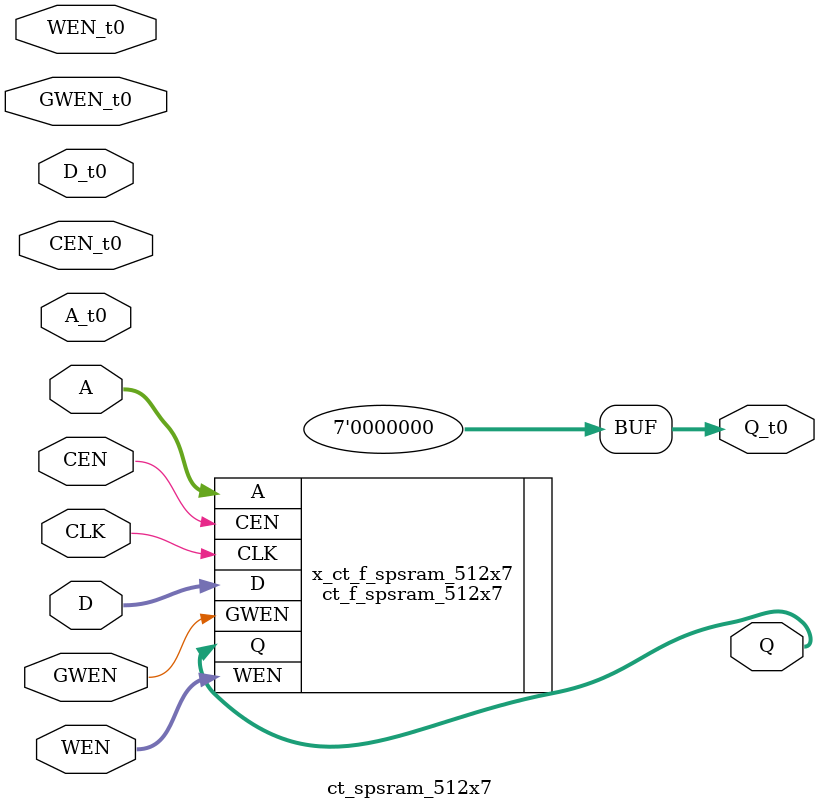
<source format=v>
/*Copyright 2019-2021 T-Head Semiconductor Co., Ltd.

Licensed under the Apache License, Version 2.0 (the "License");
you may not use this file except in compliance with the License.
You may obtain a copy of the License at

    http://www.apache.org/licenses/LICENSE-2.0

Unless required by applicable law or agreed to in writing, software
distributed under the License is distributed on an "AS IS" BASIS,
WITHOUT WARRANTIES OR CONDITIONS OF ANY KIND, either express or implied.
See the License for the specific language governing permissions and
limitations under the License.
*/

// &ModuleBeg; @22
module ct_spsram_512x7(
A,
A_t0,
CEN,
CEN_t0,
CLK,
D,
D_t0,
GWEN,
GWEN_t0,
Q,
Q_t0,
WEN,
WEN_t0
);

input   [8:0]  A_t0;   
input          CEN_t0; 
input   [6:0]  D_t0;   
input          GWEN_t0; 
output  [6:0]  Q_t0;   
input   [6:0]  WEN_t0; 
wire    [8:0]  A_t0;   
wire           CEN_t0; 
wire    [6:0]  D_t0;   
wire           GWEN_t0; 
wire    [6:0]  Q_t0;   
wire    [6:0]  WEN_t0; 
assign Q_t0 = '0;

// &Ports; @23
input   [8:0]  A;   
input          CEN; 
input          CLK; 
input   [6:0]  D;   
input          GWEN; 
input   [6:0]  WEN; 
output  [6:0]  Q;   

// &Regs; @24

// &Wires; @25
wire    [8:0]  A;   
wire           CEN; 
wire           CLK; 
wire    [6:0]  D;   
wire           GWEN; 
wire    [6:0]  Q;   
wire    [6:0]  WEN; 


//**********************************************************
//                  Parameter Definition
//**********************************************************
parameter ADDR_WIDTH = 9;
parameter DATA_WIDTH = 7;
parameter WE_WIDTH   = 7;

// &Force("bus","Q",DATA_WIDTH-1,0); @34
// &Force("bus","WEN",WE_WIDTH-1,0); @35
// &Force("bus","A",ADDR_WIDTH-1,0); @36
// &Force("bus","D",DATA_WIDTH-1,0); @37

  //********************************************************
  //*                        FPGA memory                   *
  //********************************************************
  //{WEN[6],WEN[5],WEN[4],WEN[3],WEN[2],WEN[1],WEN[0]}
//   &Instance("ct_f_spsram_512x7"); @44
ct_f_spsram_512x7  x_ct_f_spsram_512x7 (
  .A    (A   ),
  .CEN  (CEN ),
  .CLK  (CLK ),
  .D    (D   ),
  .GWEN (GWEN),
  .Q    (Q   ),
  .WEN  (WEN )
);

//   &Instance("ct_tsmc_spsram_512x7"); @50

// &ModuleEnd; @66
endmodule



</source>
